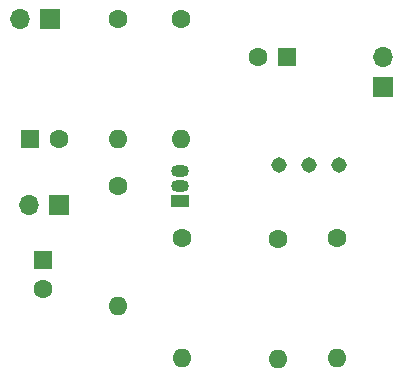
<source format=gbr>
%TF.GenerationSoftware,KiCad,Pcbnew,8.0.5*%
%TF.CreationDate,2024-10-06T10:48:52-05:00*%
%TF.ProjectId,amplificador,616d706c-6966-4696-9361-646f722e6b69,rev?*%
%TF.SameCoordinates,Original*%
%TF.FileFunction,Copper,L2,Bot*%
%TF.FilePolarity,Positive*%
%FSLAX46Y46*%
G04 Gerber Fmt 4.6, Leading zero omitted, Abs format (unit mm)*
G04 Created by KiCad (PCBNEW 8.0.5) date 2024-10-06 10:48:52*
%MOMM*%
%LPD*%
G01*
G04 APERTURE LIST*
%TA.AperFunction,ComponentPad*%
%ADD10C,1.308000*%
%TD*%
%TA.AperFunction,ComponentPad*%
%ADD11R,1.700000X1.700000*%
%TD*%
%TA.AperFunction,ComponentPad*%
%ADD12O,1.700000X1.700000*%
%TD*%
%TA.AperFunction,ComponentPad*%
%ADD13C,1.600000*%
%TD*%
%TA.AperFunction,ComponentPad*%
%ADD14O,1.600000X1.600000*%
%TD*%
%TA.AperFunction,ComponentPad*%
%ADD15R,1.600000X1.600000*%
%TD*%
%TA.AperFunction,ComponentPad*%
%ADD16R,1.500000X1.050000*%
%TD*%
%TA.AperFunction,ComponentPad*%
%ADD17O,1.500000X1.050000*%
%TD*%
G04 APERTURE END LIST*
D10*
%TO.P,S1,1*%
%TO.N,Net-(J3-Pin_2)*%
X208030000Y-93600000D03*
%TO.P,S1,3*%
%TO.N,Net-(R6-Pad1)*%
X210570000Y-93600000D03*
%TO.P,S1,2*%
%TO.N,Net-(R5-Pad1)*%
X205490000Y-93600000D03*
%TD*%
D11*
%TO.P,J3,1,Pin_1*%
%TO.N,GND*%
X214350000Y-86995000D03*
D12*
%TO.P,J3,2,Pin_2*%
%TO.N,Net-(J3-Pin_2)*%
X214350000Y-84455000D03*
%TD*%
D11*
%TO.P,J2,1,Pin_1*%
%TO.N,GND*%
X186835000Y-97030000D03*
D12*
%TO.P,J2,2,Pin_2*%
%TO.N,SE\u00D1AL*%
X184295000Y-97030000D03*
%TD*%
D11*
%TO.P,J1,1,Pin_1*%
%TO.N,+12V*%
X186085000Y-81240000D03*
D12*
%TO.P,J1,2,Pin_2*%
%TO.N,GND*%
X183545000Y-81240000D03*
%TD*%
D13*
%TO.P,R6,1*%
%TO.N,Net-(R6-Pad1)*%
X210380000Y-99820000D03*
D14*
%TO.P,R6,2*%
%TO.N,GND*%
X210380000Y-109980000D03*
%TD*%
D13*
%TO.P,R5,1*%
%TO.N,Net-(R5-Pad1)*%
X205390000Y-99830000D03*
D14*
%TO.P,R5,2*%
%TO.N,GND*%
X205390000Y-109990000D03*
%TD*%
D13*
%TO.P,R4,1*%
%TO.N,Net-(Q1-E)*%
X197300000Y-99820000D03*
D14*
%TO.P,R4,2*%
%TO.N,GND*%
X197300000Y-109980000D03*
%TD*%
D13*
%TO.P,R3,1*%
%TO.N,+12V*%
X197200000Y-81220000D03*
D14*
%TO.P,R3,2*%
%TO.N,Net-(Q1-C)*%
X197200000Y-91380000D03*
%TD*%
D13*
%TO.P,R2,1*%
%TO.N,Net-(Q1-B)*%
X191900000Y-95400000D03*
D14*
%TO.P,R2,2*%
%TO.N,GND*%
X191900000Y-105560000D03*
%TD*%
D13*
%TO.P,R1,1*%
%TO.N,+12V*%
X191900000Y-81220000D03*
D14*
%TO.P,R1,2*%
%TO.N,Net-(Q1-B)*%
X191900000Y-91380000D03*
%TD*%
D15*
%TO.P,C3,1*%
%TO.N,Net-(J3-Pin_2)*%
X206202380Y-84480000D03*
D13*
%TO.P,C3,2*%
%TO.N,Net-(Q1-C)*%
X203702380Y-84480000D03*
%TD*%
D15*
%TO.P,C2,1*%
%TO.N,Net-(Q1-E)*%
X185500000Y-101617621D03*
D13*
%TO.P,C2,2*%
%TO.N,GND*%
X185500000Y-104117621D03*
%TD*%
D15*
%TO.P,C1,1*%
%TO.N,SE\u00D1AL*%
X184400000Y-91400000D03*
D13*
%TO.P,C1,2*%
%TO.N,Net-(Q1-B)*%
X186900000Y-91400000D03*
%TD*%
D16*
%TO.P,Q1,1,E*%
%TO.N,Net-(Q1-E)*%
X197160000Y-96670000D03*
D17*
%TO.P,Q1,2,B*%
%TO.N,Net-(Q1-B)*%
X197160000Y-95400000D03*
%TO.P,Q1,3,C*%
%TO.N,Net-(Q1-C)*%
X197160000Y-94130000D03*
%TD*%
M02*

</source>
